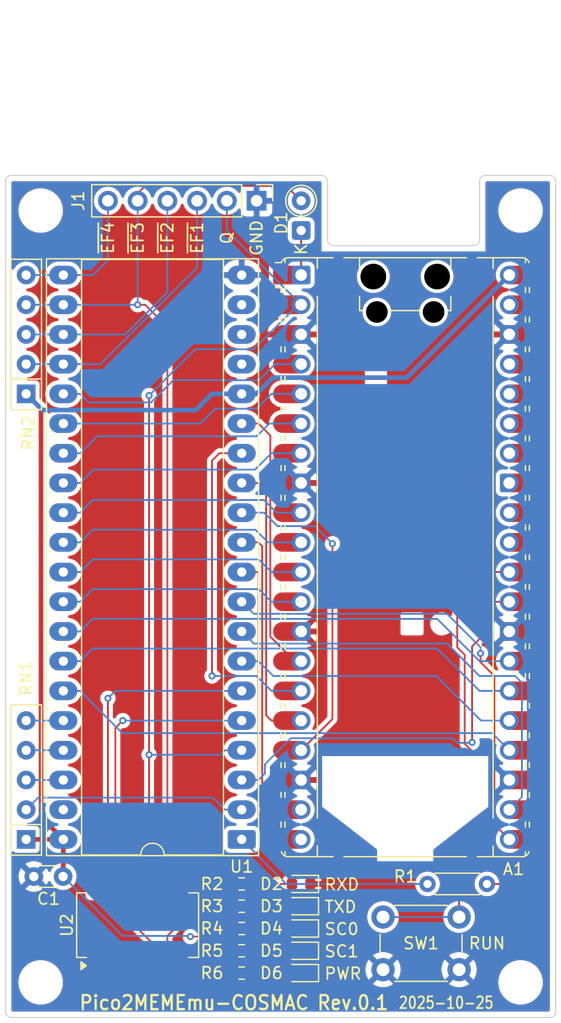
<source format=kicad_pcb>
(kicad_pcb (version 20241229) (generator "pcbnew") (generator_version "9.0")
  (title_block (title "EMU1802-mini") (date "2022-06-25") (rev "1.0") (company "kanpapa.com"))
  (layers (0 "F.Cu" signal) (2 "B.Cu" signal) (13 "F.Paste" user) (15 "B.Paste" user) (5 "F.SilkS" user "F.Silkscreen") (7 "B.SilkS" user "B.Silkscreen") (1 "F.Mask" user) (3 "B.Mask" user) (25 "Edge.Cuts" user))
  (net 0 "")
  (net 1 "GND")
  (net 2 "VCC")
  (net 7 "Net-(A1-GPIO28_ADC2)")
  (net 8 "Net-(A1-GPIO0)")
  (net 9 "Net-(A1-GPIO1)")
  (net 13 "/MA7")
  (net 14 "/MA6")
  (net 15 "/~EF3")
  (net 16 "/CLOCK")
  (net 17 "/~WAIT")
  (net 18 "/~CLEAR")
  (net 19 "/~MRD")
  (net 20 "/BUS7")
  (net 21 "/BUS6")
  (net 22 "/BUS5")
  (net 23 "/BUS4")
  (net 24 "/BUS3")
  (net 25 "/BUS2")
  (net 26 "/BUS1")
  (net 27 "/BUS0")
  (net 28 "/~DMA_IN")
  (net 29 "/~DMA_OUT")
  (net 30 "/~INTERRUPT")
  (net 31 "/~MWR")
  (net 32 "/TPA")
  (net 33 "/TPB")
  (net 34 "/MA5")
  (net 35 "/MA4")
  (net 36 "/MA3")
  (net 37 "/MA2")
  (net 38 "/MA1")
  (net 39 "/MA0")
  (net 40 "/~EF1")
  (net 41 "/~EF2")
  (net 42 "/~EF4")
  (net 47 "Net-(A1-RUN)")
  (net 51 "Net-(D2-A)")
  (net 52 "Net-(D3-A)")
  (net 53 "Net-(D4-A)")
  (net 54 "Net-(D5-A)")
  (net 55 "Net-(D6-A)")
  (net 56 "Net-(R2-Pad1)")
  (net 57 "Net-(R3-Pad1)")
  (net 58 "Net-(D4-K)")
  (net 59 "Net-(D5-K)")
  (net 60 "Net-(U1-SC0)")
  (net 61 "Net-(U1-SC1)")
  (footprint "MountingHole:MountingHole_3.2mm_M3" (layer "F.Cu") (at 154 51)
    (property "Reference" "MH3" (hide yes))
    (property "Value" "MountingHole_3.2mm_M3" (hide yes))
  )
  (footprint "Resistor_SMD:R_0603_1608Metric" (layer "F.Cu") (at 130.175 116.205)
    (property "Reference" "R6")
    (property "Value" "1K")
  )
  (footprint "LED_SMD:LED_0603_1608Metric" (layer "F.Cu") (at 135.255 108.585 180)
    (property "Reference" "D2")
    (property "Value" "LED")
  )
  (footprint "Button_Switch_THT:SW_PUSH_6mm" (layer "F.Cu") (at 142.25 111.415)
    (property "Reference" "SW1")
    (property "Value" "RUN")
  )
  (footprint "MountingHole:MountingHole_3.2mm_M3" (layer "F.Cu") (at 113 51)
    (property "Reference" "MH4" (hide yes))
    (property "Value" "MountingHole_3.2mm_M3" (hide yes))
  )
  (footprint "Resistor_THT:R_Array_SIP5" (layer "F.Cu") (at 111.76 66.675 90)
    (property "Reference" "RN2")
    (property "Value" "10K")
  )
  (footprint "Resistor_THT:R_Array_SIP5" (layer "F.Cu") (at 111.76 104.775 90)
    (property "Reference" "RN1")
    (property "Value" "10K")
  )
  (footprint "MountingHole:MountingHole_3.2mm_M3" (layer "F.Cu") (at 113 117)
    (property "Reference" "MH1" (hide yes))
    (property "Value" "MountingHole_3.2mm_M3" (hide yes))
  )
  (footprint "Connector_PinHeader_2.54mm:PinHeader_1x06_P2.54mm_Vertical" (layer "F.Cu") (at 131.445 50.165 -90)
    (property "Reference" "J1")
    (property "Value" "Conn_01x06")
  )
  (footprint "Resistor_SMD:R_0603_1608Metric" (layer "F.Cu") (at 130.175 108.585)
    (property "Reference" "R2")
    (property "Value" "1K")
  )
  (footprint "Package_SO:SO-14_5.3x10.2mm_P1.27mm" (layer "F.Cu") (at 121.285 112.1075 90)
    (property "Reference" "U2")
    (property "Value" "74HC04")
  )
  (footprint "Diode_THT:D_DO-35_SOD27_P2.54mm_Vertical_KathodeUp" (layer "F.Cu") (at 135.255 52.705 90)
    (property "Reference" "D1")
    (property "Value" "1N4148")
  )
  (footprint "Resistor_SMD:R_0603_1608Metric" (layer "F.Cu") (at 130.175 110.49)
    (property "Reference" "R3")
    (property "Value" "1K")
  )
  (footprint "LED_SMD:LED_0603_1608Metric" (layer "F.Cu") (at 135.255 110.49 180)
    (property "Reference" "D3")
    (property "Value" "LED")
  )
  (footprint "Resistor_SMD:R_0603_1608Metric" (layer "F.Cu") (at 130.175 112.395)
    (property "Reference" "R4")
    (property "Value" "1K")
  )
  (footprint "MountingHole:MountingHole_3.2mm_M3" (layer "F.Cu") (at 154 117)
    (property "Reference" "MH2" (hide yes))
    (property "Value" "MountingHole_3.2mm_M3" (hide yes))
  )
  (footprint "Resistor_SMD:R_0603_1608Metric" (layer "F.Cu") (at 130.175 114.3)
    (property "Reference" "R5")
    (property "Value" "1K")
  )
  (footprint "Module:RaspberryPi_Pico_Common_Unspecified" (layer "F.Cu") (at 144.145 80.645)
    (property "Reference" "A1")
    (property "Value" "RaspberryPi_Pico")
  )
  (footprint "LED_SMD:LED_0603_1608Metric" (layer "F.Cu") (at 135.255 116.205 180)
    (property "Reference" "D6")
    (property "Value" "LED")
  )
  (footprint "Capacitor_THT:C_Disc_D3.0mm_W1.6mm_P2.50mm" (layer "F.Cu") (at 114.915 107.95 180)
    (property "Reference" "C1")
    (property "Value" "0.1u")
  )
  (footprint "LED_SMD:LED_0603_1608Metric" (layer "F.Cu") (at 135.255 114.3 180)
    (property "Reference" "D5")
    (property "Value" "LED")
  )
  (footprint "Resistor_THT:R_Axial_DIN0204_L3.6mm_D1.6mm_P5.08mm_Horizontal" (layer "F.Cu") (at 146.05 108.585)
    (property "Reference" "R1")
    (property "Value" "100")
  )
  (footprint "Package_DIP:DIP-40_W15.24mm_Socket_LongPads" (layer "F.Cu") (at 130.175 104.775 180)
    (property "Reference" "U1")
    (property "Value" "CDP1802ACE")
  )
  (footprint "LED_SMD:LED_0603_1608Metric" (layer "F.Cu") (at 135.255 112.395 180)
    (property "Reference" "D4")
    (property "Value" "LED")
  )
  (gr_arc (start 138 54) (mid 137.646447 53.853553) (end 137.5 53.5) (stroke (width 0.1)) (layer "Edge.Cuts"))
  (gr_line (start 137.5 48.5) (end 137.5 53.5) (stroke (width 0.1)) (layer "Edge.Cuts"))
  (gr_line (start 157 48.5) (end 157 119.5) (stroke (width 0.1)) (layer "Edge.Cuts"))
  (gr_line (start 110 119.5) (end 110 48.5) (stroke (width 0.1)) (layer "Edge.Cuts"))
  (gr_line (start 138 54) (end 150 54) (stroke (width 0.1)) (layer "Edge.Cuts"))
  (gr_arc (start 156.5 48) (mid 156.853553 48.146447) (end 157 48.5) (stroke (width 0.1)) (layer "Edge.Cuts"))
  (gr_arc (start 110.5 120) (mid 110.146447 119.853553) (end 110 119.5) (stroke (width 0.1)) (layer "Edge.Cuts"))
  (gr_line (start 156.5 120) (end 110.5 120) (stroke (width 0.1)) (layer "Edge.Cuts"))
  (gr_arc (start 157 119.5) (mid 156.853553 119.853553) (end 156.5 120) (stroke (width 0.1)) (layer "Edge.Cuts"))
  (gr_arc (start 150.5 48.5) (mid 150.646447 48.146447) (end 151 48) (stroke (width 0.1)) (layer "Edge.Cuts"))
  (gr_line (start 150.5 53.5) (end 150.5 48.5) (stroke (width 0.1)) (layer "Edge.Cuts"))
  (gr_arc (start 137 48) (mid 137.353553 48.146447) (end 137.5 48.5) (stroke (width 0.1)) (layer "Edge.Cuts"))
  (gr_line (start 151 48) (end 156.5 48) (stroke (width 0.1)) (layer "Edge.Cuts"))
  (gr_arc (start 110 48.5) (mid 110.146447 48.146447) (end 110.5 48) (stroke (width 0.1)) (layer "Edge.Cuts"))
  (gr_arc (start 150.5 53.5) (mid 150.353553 53.853553) (end 150 54) (stroke (width 0.1)) (layer "Edge.Cuts"))
  (gr_line (start 110.5 48) (end 137 48) (stroke (width 0.1)) (layer "Edge.Cuts"))
  (gr_text "~{EF2}" (at 123.825 53.34 90) (layer "F.SilkS") (effects (font (size 1 1))))
  (gr_text "RUN" (at 151.13 113.665 0) (layer "F.SilkS") (effects (font (size 1 1))))
  (gr_text "PWR" (at 137.16 116.84 0) (layer "F.SilkS") (effects (font (size 1 1)) (justify left bottom)))
  (gr_text "~{EF1}" (at 126.365 53.34 90) (layer "F.SilkS") (effects (font (size 1 1))))
  (gr_text "RXD" (at 137.16 109.22 0) (layer "F.SilkS") (effects (font (size 1 1)) (justify left bottom)))
  (gr_text "Pico2MEMEmu-COSMAC" (at 116.205 118.745 0) (layer "F.SilkS") (effects (font (size 1.2 1.1) (thickness 0.2)) (justify left)))
  (gr_text "TXD" (at 137.16 111.125 0) (layer "F.SilkS") (effects (font (size 1 1)) (justify left bottom)))
  (gr_text "Q" (at 128.905 53.34 90) (layer "F.SilkS") (effects (font (size 1 1))))
  (gr_text "GND" (at 131.445 53.34 90) (layer "F.SilkS") (effects (font (size 1 1))))
  (gr_text "SC1" (at 137.16 114.935 0) (layer "F.SilkS") (effects (font (size 1 1)) (justify left bottom)))
  (gr_text "SC0" (at 137.16 113.03 0) (layer "F.SilkS") (effects (font (size 1 1)) (justify left bottom)))
  (gr_text "2025-10-25" (at 143.51 118.745 0) (layer "F.SilkS") (effects (font (size 1 0.8)) (justify left)))
  (gr_text "Rev.0.1" (at 136.525 118.745 0) (layer "F.SilkS") (effects (font (size 1.2 1.1) (thickness 0.2)) (justify left)))
  (gr_text "~{EF4}" (at 118.745 53.34 90) (layer "F.SilkS") (effects (font (size 1 1))))
  (gr_text "~{EF3}" (at 121.285 53.34 90) (layer "F.SilkS") (effects (font (size 1 1))))
  (segment (start 129.35 112.395) (end 129.35 116.205) (width 0.1524) (layer "F.Cu") (net 2))
  (segment (start 114.935 106.68) (end 114.935 107.93) (width 0.4) (layer "F.Cu") (net 2))
  (segment (start 129.35 114.11) (end 128.328045 113.088045) (width 0.1524) (layer "F.Cu") (net 2))
  (segment (start 113.03 102.87) (end 114.935 104.775) (width 0.4) (layer "F.Cu") (net 2))
  (segment (start 153.035 56.2575) (end 153.835 56.2575) (width 0.1524) (layer "F.Cu") (net 2))
  (segment (start 117.475 107.315) (end 116.84 106.68) (width 0.1524) (layer "F.Cu") (net 2))
  (segment (start 114.935 104.775) (end 114.935 106.68) (width 0.4) (layer "F.Cu") (net 2))
  (segment (start 111.76 66.675) (end 113.03 67.945) (width 0.4) (layer "F.Cu") (net 2))
  (segment (start 117.475 108.645) (end 117.475 107.315) (width 0.1524) (layer "F.Cu") (net 2))
  (segment (start 114.915 107.95) (end 115.57 107.95) (width 0.1524) (layer "F.Cu") (net 2))
  (segment (start 116.84 106.68) (end 114.935 106.68) (width 0.1524) (layer "F.Cu") (net 2))
  (segment (start 114.935 107.93) (end 114.915 107.95) (width 0.1524) (layer "F.Cu") (net 2))
  (segment (start 114.935 104.775) (end 111.76 104.775) (width 0.4) (layer "F.Cu") (net 2))
  (segment (start 113.03 67.945) (end 113.03 102.87) (width 0.4) (layer "F.Cu") (net 2))
  (segment (start 128.328045 113.088045) (end 125.788045 113.088045) (width 0.1524) (layer "F.Cu") (net 2))
  (via (at 125.788045 113.088045) (size 0.605) (drill 0.3) (layers "F.Cu" "B.Cu") (net 2))
  (segment (start 125.788045 113.088045) (end 125.73 113.03) (width 0.1524) (layer "B.Cu") (net 2))
  (segment (start 127.635 66.675) (end 126.2484 68.0616) (width 0.4) (layer "B.Cu") (net 2))
  (segment (start 153.035 56.515) (end 144.2616 65.2884) (width 0.4) (layer "B.Cu") (net 2))
  (segment (start 127.635 66.675) (end 130.175 66.675) (width 0.4) (layer "B.Cu") (net 2))
  (segment (start 132.8316 65.2884) (end 131.445 66.675) (width 0.4) (layer "B.Cu") (net 2))
  (segment (start 125.73 113.03) (end 119.995 113.03) (width 0.1524) (layer "B.Cu") (net 2))
  (segment (start 119.995 113.03) (end 114.915 107.95) (width 0.1524) (layer "B.Cu") (net 2))
  (segment (start 113.1466 68.0616) (end 111.76 66.675) (width 0.4) (layer "B.Cu") (net 2))
  (segment (start 126.2484 68.0616) (end 113.1466 68.0616) (width 0.4) (layer "B.Cu") (net 2))
  (segment (start 144.2616 65.2884) (end 132.8316 65.2884) (width 0.4) (layer "B.Cu") (net 2))
  (segment (start 131.445 66.675) (end 130.175 66.675) (width 0.4) (layer "B.Cu") (net 2))
  (segment (start 154.16637 71.755) (end 155.6696 73.25823) (width 0.1524) (layer "F.Cu") (net 7))
  (segment (start 155.6696 73.25823) (end 155.6696 106.5854) (width 0.1524) (layer "F.Cu") (net 7))
  (segment (start 153.035 71.755) (end 154.16637 71.755) (width 0.1524) (layer "F.Cu") (net 7))
  (segment (start 155.6696 106.5854) (end 153.67 108.585) (width 0.1524) (layer "F.Cu") (net 7))
  (segment (start 153.67 108.585) (end 151.13 108.585) (width 0.1524) (layer "F.Cu") (net 7))
  (segment (start 135.26 53.34) (end 135.255 53.345) (width 0.1524) (layer "F.Cu") (net 8))
  (segment (start 135.255 53.345) (end 135.255 56.2575) (width 0.1524) (layer "F.Cu") (net 8))
  (segment (start 122.2594 97.537) (end 122.2594 105.2406) (width 0.1524) (layer "F.Cu") (net 9))
  (segment (start 121.285 106.215) (end 121.285 108.645) (width 0.1524) (layer "F.Cu") (net 9))
  (segment (start 122.2594 97.537) (end 122.2594 66.8195) (width 0.1524) (layer "F.Cu") (net 9))
  (segment (start 122.2594 105.2406) (end 121.285 106.215) (width 0.1524) (layer "F.Cu") (net 9))
  (via (at 122.2594 97.537) (size 0.605) (drill 0.3) (layers "F.Cu" "B.Cu") (net 9))
  (via (at 122.2594 66.8195) (size 0.605) (drill 0.3) (layers "F.Cu" "B.Cu") (net 9))
  (segment (start 126.2139 62.865) (end 122.2594 66.8195) (width 0.1524) (layer "B.Cu") (net 9))
  (segment (start 128.905 52.705) (end 135.255 59.055) (width 0.1524) (layer "B.Cu") (net 9))
  (segment (start 131.1875 62.865) (end 126.2139 62.865) (width 0.1524) (layer "B.Cu") (net 9))
  (segment (start 128.7447 97.155) (end 130.175 97.155) (width 0.1524) (layer "B.Cu") (net 9))
  (segment (start 128.3627 97.537) (end 128.7447 97.155) (width 0.1524) (layer "B.Cu") (net 9))
  (segment (start 135.255 59.055) (end 134.9975 59.055) (width 0.1524) (layer "B.Cu") (net 9))
  (segment (start 128.905 50.165) (end 128.905 52.705) (width 0.1524) (layer "B.Cu") (net 9))
  (segment (start 122.2594 97.537) (end 128.3627 97.537) (width 0.1524) (layer "B.Cu") (net 9))
  (segment (start 134.9975 59.055) (end 131.1875 62.865) (width 0.1524) (layer "B.Cu") (net 9))
  (segment (start 116.3653 84.455) (end 117.4455 83.3748) (width 0.1524) (layer "B.Cu") (net 13))
  (segment (start 132.715 84.455) (end 135.255 84.455) (width 0.1524) (layer "B.Cu") (net 13))
  (segment (start 131.6348 83.3748) (end 132.715 84.455) (width 0.1524) (layer "B.Cu") (net 13))
  (segment (start 114.935 84.455) (end 116.3653 84.455) (width 0.1524) (layer "B.Cu") (net 13))
  (segment (start 117.4455 83.3748) (end 131.6348 83.3748) (width 0.1524) (layer "B.Cu") (net 13))
  (segment (start 132.715 81.915) (end 135.255 81.915) (width 0.1524) (layer "B.Cu") (net 14))
  (segment (start 131.6348 80.8348) (end 132.715 81.915) (width 0.1524) (layer "B.Cu") (net 14))
  (segment (start 116.3653 81.915) (end 117.4455 80.8348) (width 0.1524) (layer "B.Cu") (net 14))
  (segment (start 114.935 81.915) (end 116.3653 81.915) (width 0.1524) (layer "B.Cu") (net 14))
  (segment (start 117.4455 80.8348) (end 131.6348 80.8348) (width 0.1524) (layer "B.Cu") (net 14))
  (segment (start 123.825 60.96) (end 123.825 108.645) (width 0.1524) (layer "F.Cu") (net 15))
  (segment (start 135.255 50.165) (end 133.985 48.895) (width 0.1524) (layer "F.Cu") (net 15))
  (segment (start 121.285 49.53) (end 121.285 50.165) (width 0.1524) (layer "F.Cu") (net 15))
  (segment (start 133.985 48.895) (end 121.92 48.895) (width 0.1524) (layer "F.Cu") (net 15))
  (segment (start 121.92 59.055) (end 123.825 60.96) (width 0.1524) (layer "F.Cu") (net 15))
  (segment (start 121.285 59.055) (end 121.92 59.055) (width 0.1524) (layer "F.Cu") (net 15))
  (segment (start 121.92 48.895) (end 121.285 49.53) (width 0.1524) (layer "F.Cu") (net 15))
  (via (at 121.285 59.055) (size 0.605) (drill 0.3) (layers "F.Cu" "B.Cu") (net 15))
  (segment (start 114.935 59.055) (end 111.76 59.055) (width 0.1524) (layer "B.Cu") (net 15))
  (segment (start 121.285 50.165) (end 121.285 59.055) (width 0.1524) (layer "B.Cu") (net 15))
  (segment (start 121.285 59.055) (end 114.935 59.055) (width 0.1524) (layer "B.Cu") (net 15))
  (segment (start 133.985 108.585) (end 130.175 104.775) (width 0.1524) (layer "B.Cu") (net 16))
  (segment (start 146.05 108.585) (end 133.985 108.585) (width 0.1524) (layer "B.Cu") (net 16))
  (segment (start 112.7918 101.2032) (end 127.7129 101.2032) (width 0.1524) (layer "B.Cu") (net 17))
  (segment (start 127.7129 101.2032) (end 128.7447 102.235) (width 0.1524) (layer "B.Cu") (net 17))
  (segment (start 111.76 102.235) (end 112.7918 101.2032) (width 0.1524) (layer "B.Cu") (net 17))
  (segment (start 130.175 102.235) (end 128.7447 102.235) (width 0.1524) (layer "B.Cu") (net 17))
  (segment (start 151.13 85.09) (end 151.13 86.995) (width 0.1524) (layer "F.Cu") (net 18))
  (segment (start 149.86 96.366149) (end 149.971301 96.47745) (width 0.1524) (layer "F.Cu") (net 18))
  (segment (start 151.13 86.995) (end 149.86 88.265) (width 0.1524) (layer "F.Cu") (net 18))
  (segment (start 149.86 88.265) (end 149.86 96.366149) (width 0.1524) (layer "F.Cu") (net 18))
  (segment (start 153.035 84.455) (end 151.765 84.455) (width 0.1524) (layer "F.Cu") (net 18))
  (segment (start 151.765 84.455) (end 151.13 85.09) (width 0.1524) (layer "F.Cu") (net 18))
  (segment (start 149.971301 96.47745) (end 149.86 96.47745) (width 0.1524) (layer "F.Cu") (net 18))
  (via (at 149.86 96.47745) (size 0.605) (drill 0.3) (layers "F.Cu" "B.Cu") (net 18))
  (segment (start 148.1954 96.1254) (end 134.3796 96.1254) (width 0.1524) (layer "B.Cu") (net 18))
  (segment (start 132.16015 99.14015) (end 131.6053 99.695) (width 0.1524) (layer "B.Cu") (net 18))
  (segment (start 132.16015 98.34485) (end 132.16015 99.14015) (width 0.1524) (layer "B.Cu") (net 18))
  (segment (start 131.6053 99.695) (end 130.175 99.695) (width 0.1524) (layer "B.Cu") (net 18))
  (segment (start 134.3796 96.1254) (end 132.16015 98.34485) (width 0.1524) (layer "B.Cu") (net 18))
  (segment (start 149.81745 96.52) (end 148.59 96.52) (width 0.1524) (layer "B.Cu") (net 18))
  (segment (start 148.59 96.52) (end 148.1954 96.1254) (width 0.1524) (layer "B.Cu") (net 18))
  (segment (start 149.86 96.47745) (end 149.81745 96.52) (width 0.1524) (layer "B.Cu") (net 18))
  (segment (start 131.6053 89.535) (end 130.175 89.535) (width 0.1524) (layer "B.Cu") (net 19))
  (segment (start 153.035 94.615) (end 150.624044 94.615) (width 0.1524) (layer "B.Cu") (net 19))
  (segment (start 146.814044 90.805) (end 132.8753 90.805) (width 0.1524) (layer "B.Cu") (net 19))
  (segment (start 150.624044 94.615) (end 146.814044 90.805) (width 0.1524) (layer "B.Cu") (net 19))
  (segment (start 132.8753 90.805) (end 131.6053 89.535) (width 0.1524) (layer "B.Cu") (net 19))
  (segment (start 153.035 102.235) (end 154.1168 101.1532) (width 0.1524) (layer "B.Cu") (net 20))
  (segment (start 153.5405 90.805) (end 150.495 90.805) (width 0.1524) (layer "B.Cu") (net 20))
  (segment (start 150.495 90.805) (end 147.7196 88.0296) (width 0.1524) (layer "B.Cu") (net 20))
  (segment (start 131.2096 88.0296) (end 130.175 86.995) (width 0.1524) (layer "B.Cu") (net 20))
  (segment (start 147.7196 88.0296) (end 131.2096 88.0296) (width 0.1524) (layer "B.Cu") (net 20))
  (segment (start 154.1168 91.3813) (end 153.5405 90.805) (width 0.1524) (layer "B.Cu") (net 20))
  (segment (start 154.1168 101.1532) (end 154.1168 91.3813) (width 0.1524) (layer "B.Cu") (net 20))
  (segment (start 150.581714 89.621714) (end 150.581714 88.870624) (width 0.1524) (layer "F.Cu") (net 21))
  (segment (start 151.765 90.805) (end 150.581714 89.621714) (width 0.1524) (layer "F.Cu") (net 21))
  (segment (start 153.035 104.775) (end 151.765 103.505) (width 0.1524) (layer "F.Cu") (net 21))
  (segment (start 151.765 103.505) (end 151.765 90.805) (width 0.1524) (layer "F.Cu") (net 21))
  (via (at 150.581714 88.870624) (size 0.605) (drill 0.3) (layers "F.Cu" "B.Cu") (net 21))
  (segment (start 150.581714 88.870624) (end 150.581714 88.351714) (width 0.1524) (layer "B.Cu") (net 21))
  (segment (start 150.581714 88.351714) (end 147.7146 85.4846) (width 0.1524) (layer "B.Cu") (net 21))
  (segment (start 147.7146 85.4846) (end 131.2046 85.4846) (width 0.1524) (layer "B.Cu") (net 21))
  (segment (start 131.2046 85.4846) (end 130.175 84.455) (width 0.1524) (layer "B.Cu") (net 21))
  (segment (start 131.6053 81.915) (end 131.6053 103.6653) (width 0.1524) (layer "F.Cu") (net 22))
  (segment (start 130.175 81.915) (end 131.6053 81.915) (width 0.1524) (layer "F.Cu") (net 22))
  (segment (start 132.715 104.775) (end 135.255 104.775) (width 0.1524) (layer "F.Cu") (net 22))
  (segment (start 131.6053 103.6653) (end 132.715 104.775) (width 0.1524) (layer "F.Cu") (net 22))
  (segment (start 131.9277 101.4477) (end 132.715 102.235) (width 0.1524) (layer "F.Cu") (net 23))
  (segment (start 132.715 102.235) (end 135.255 102.235) (width 0.1524) (layer "F.Cu") (net 23))
  (segment (start 131.6053 79.375) (end 131.9277 79.6974) (width 0.1524) (layer "F.Cu") (net 23))
  (segment (start 130.175 79.375) (end 131.6053 79.375) (width 0.1524) (layer "F.Cu") (net 23))
  (segment (start 131.9277 79.6974) (end 131.9277 101.4477) (width 0.1524) (layer "F.Cu") (net 23))
  (segment (start 135.255 97.155) (end 137.925 94.485) (width 0.1524) (layer "F.Cu") (net 24))
  (segment (start 135.1384 96.8975) (end 135.1069 96.8975) (width 0.1524) (layer "F.Cu") (net 24))
  (segment (start 137.925 94.485) (end 137.925 79.4866) (width 0.1524) (layer "F.Cu") (net 24))
  (segment (start 135.1069 96.8975) (end 134.455 96.8975) (width 0.1524) (layer "F.Cu") (net 24))
  (via (at 137.925 79.4866) (size 0.605) (drill 0.3) (layers "F.Cu" "B.Cu") (net 24))
  (segment (start 133.234 77.989) (end 136.4274 77.989) (width 0.1524) (layer "B.Cu") (net 24))
  (segment (start 130.175 76.835) (end 132.08 76.835) (width 0.1524) (layer "B.Cu") (net 24))
  (segment (start 136.4274 77.989) (end 137.925 79.4866) (width 0.1524) (layer "B.Cu") (net 24))
  (segment (start 132.08 76.835) (end 133.234 77.989) (width 0.1524) (layer "B.Cu") (net 24))
  (segment (start 132.715 94.615) (end 132.2657 94.1657) (width 0.1524) (layer "F.Cu") (net 25))
  (segment (start 131.6053 74.295) (end 132.2657 74.9554) (width 0.1524) (layer "F.Cu") (net 25))
  (segment (start 135.255 94.615) (end 132.715 94.615) (width 0.1524) (layer "F.Cu") (net 25))
  (segment (start 130.175 74.295) (end 131.6053 74.295) (width 0.1524) (layer "F.Cu") (net 25))
  (segment (start 132.2657 74.9554) (end 132.2657 94.1657) (width 0.1524) (layer "F.Cu") (net 25))
  (segment (start 127.9616 90.805) (end 127.635 90.4784) (width 0.1524) (layer "F.Cu") (net 26))
  (segment (start 128.27 71.755) (end 130.175 71.755) (width 0.1524) (layer "F.Cu") (net 26))
  (segment (start 127.635 90.4784) (end 127.635 72.39) (width 0.1524) (layer "F.Cu") (net 26))
  (segment (start 127.635 90.805) (end 127.9616 90.805) (width 0.1524) (layer "F.Cu") (net 26))
  (segment (start 128.27 71.755) (end 127.635 72.39) (width 0.1524) (layer "F.Cu") (net 26))
  (via (at 127.635 90.805) (size 0.605) (drill 0.3) (layers "F.Cu" "B.Cu") (net 26))
  (segment (start 131.445 90.805) (end 132.715 92.075) (width 0.1524) (layer "B.Cu") (net 26))
  (segment (start 127.635 90.805) (end 131.445 90.805) (width 0.1524) (layer "B.Cu") (net 26))
  (segment (start 132.715 92.075) (end 134.9975 92.075) (width 0.1524) (layer "B.Cu") (net 26))
  (segment (start 132.621 70.2307) (end 131.6053 69.215) (width 0.1524) (layer "F.Cu") (net 27))
  (segment (start 134.455 89.2775) (end 135.255 89.2775) (width 0.1524) (layer "F.Cu") (net 27))
  (segment (start 132.621 87.4435) (end 132.621 70.2307) (width 0.1524) (layer "F.Cu") (net 27))
  (segment (start 134.455 89.2775) (end 132.621 87.4435) (width 0.1524) (layer "F.Cu") (net 27))
  (segment (start 130.175 69.215) (end 131.6053 69.215) (width 0.1524) (layer "F.Cu") (net 27))
  (segment (start 114.935 99.695) (end 111.76 99.695) (width 0.1524) (layer "B.Cu") (net 28))
  (segment (start 114.935 97.155) (end 111.76 97.155) (width 0.1524) (layer "B.Cu") (net 29))
  (segment (start 114.935 94.615) (end 111.76 94.615) (width 0.1524) (layer "B.Cu") (net 30))
  (segment (start 153.035 97.155) (end 151.571 95.691) (width 0.1524) (layer "B.Cu") (net 31))
  (segment (start 116.3653 92.075) (end 114.935 92.075) (width 0.1524) (layer "B.Cu") (net 31))
  (segment (start 151.571 95.691) (end 119.9813 95.691) (width 0.1524) (layer "B.Cu") (net 31))
  (segment (start 119.9813 95.691) (end 116.3653 92.075) (width 0.1524) (layer "B.Cu") (net 31))
  (segment (start 150.495 92.075) (end 146.874604 88.454604) (width 0.1524) (layer "B.Cu") (net 32))
  (segment (start 146.874604 88.454604) (end 117.445696 88.454604) (width 0.1524) (layer "B.Cu") (net 32))
  (segment (start 116.3653 89.535) (end 114.935 89.535) (width 0.1524) (layer "B.Cu") (net 32))
  (segment (start 153.035 92.075) (end 150.495 92.075) (width 0.1524) (layer "B.Cu") (net 32))
  (segment (start 117.445696 88.454604) (end 116.3653 89.535) (width 0.1524) (layer "B.Cu") (net 32))
  (segment (start 146.877603 85.917603) (end 150.495 89.535) (width 0.1524) (layer "B.Cu") (net 33))
  (segment (start 114.935 86.995) (end 116.3653 86.995) (width 0.1524) (layer "B.Cu") (net 33))
  (segment (start 150.495 89.535) (end 153.035 89.535) (width 0.1524) (layer "B.Cu") (net 33))
  (segment (start 117.442697 85.917603) (end 146.877603 85.917603) (width 0.1524) (layer "B.Cu") (net 33))
  (segment (start 116.3653 86.995) (end 117.442697 85.917603) (width 0.1524) (layer "B.Cu") (net 33))
  (segment (start 117.4455 78.2948) (end 131.346856 78.2948) (width 0.1524) (layer "B.Cu") (net 34))
  (segment (start 132.427056 79.375) (end 135.255 79.375) (width 0.1524) (layer "B.Cu") (net 34))
  (segment (start 131.346856 78.2948) (end 132.427056 79.375) (width 0.1524) (layer "B.Cu") (net 34))
  (segment (start 116.3653 79.375) (end 117.4455 78.2948) (width 0.1524) (layer "B.Cu") (net 34))
  (segment (start 114.935 79.375) (end 116.3653 79.375) (width 0.1524) (layer "B.Cu") (net 34))
  (segment (start 117.4455 75.7548) (end 132.08 75.7548) (width 0.1524) (layer "B.Cu") (net 35))
  (segment (start 135.255 76.835) (end 133.1602 76.835) (width 0.1524) (layer "B.Cu") (net 35))
  (segment (start 114.935 76.835) (end 116.3653 76.835) (width 0.1524) (layer "B.Cu") (net 35))
  (segment (start 133.1602 76.835) (end 132.08 75.7548) (width 0.1524) (layer "B.Cu") (net 35))
  (segment (start 116.3653 76.835) (end 117.4455 75.7548) (width 0.1524) (layer "B.Cu") (net 35))
  (segment (start 132.715 71.755) (end 135.255 71.755) (width 0.1524) (layer "B.Cu") (net 36))
  (segment (start 117.5079 73.1524) (end 131.3176 73.1524) (width 0.1524) (layer "B.Cu") (net 36))
  (segment (start 131.3176 73.1524) (end 132.715 71.755) (width 0.1524) (layer "B.Cu") (net 36))
  (segment (start 116.3653 74.295) (end 117.5079 73.1524) (width 0.1524) (layer "B.Cu") (net 36))
  (segment (start 114.935 74.295) (end 116.3653 74.295) (width 0.1524) (layer "B.Cu") (net 36))
  (segment (start 114.935 71.755) (end 116.3653 71.755) (width 0.1524) (layer "B.Cu") (net 37))
  (segment (start 131.445 70.304) (end 117.8163 70.304) (width 0.1524) (layer "B.Cu") (net 37))
  (segment (start 135.255 69.215) (end 132.534 69.215) (width 0.1524) (layer "B.Cu") (net 37))
  (segment (start 117.8163 70.304) (end 116.3653 71.755) (width 0.1524) (layer "B.Cu") (net 37))
  (segment (start 132.534 69.215) (end 131.445 70.304) (width 0.1524) (layer "B.Cu") (net 37))
  (segment (start 114.935 69.215) (end 126.636 69.215) (width 0.1524) (layer "B.Cu") (net 38))
  (segment (start 126.636 69.215) (end 127.906 67.945) (width 0.1524) (layer "B.Cu") (net 38))
  (segment (start 132.715 66.675) (end 131.445 67.945) (width 0.1524) (layer "B.Cu") (net 38))
  (segment (start 127.906 67.945) (end 131.445 67.945) (width 0.1524) (layer "B.Cu") (net 38))
  (segment (start 135.255 66.675) (end 132.715 66.675) (width 0.1524) (layer "B.Cu") (net 38))
  (segment (start 124.3276 65.5103) (end 122.4294 67.4085) (width 0.1524) (layer "B.Cu") (net 39))
  (segment (start 131.6493 65.5103) (end 133.0246 64.135) (width 0.1524) (layer "B.Cu") (net 39))
  (segment (start 133.0246 64.135) (end 135.255 64.135) (width 0.1524) (layer "B.Cu") (net 39))
  (segment (start 117.0988 67.4085) (end 116.3653 66.675) (width 0.1524) (layer "B.Cu") (net 39))
  (segment (start 124.3276 65.5103) (end 131.6493 65.5103) (width 0.1524) (layer "B.Cu") (net 39))
  (segment (start 122.4294 67.4085) (end 117.0988 67.4085) (width 0.1524) (layer "B.Cu") (net 39))
  (segment (start 114.935 66.675) (end 116.3653 66.675) (width 0.1524) (layer "B.Cu") (net 39))
  (segment (start 126.365 55.88) (end 126.365 50.165) (width 0.1524) (layer "B.Cu") (net 40))
  (segment (start 118.11 64.135) (end 126.365 55.88) (width 0.1524) (layer "B.Cu") (net 40))
  (segment (start 114.935 64.135) (end 111.76 64.135) (width 0.1524) (layer "B.Cu") (net 40))
  (segment (start 114.935 64.135) (end 118.11 64.135) (width 0.1524) (layer "B.Cu") (net 40))
  (segment (start 123.825 57.987534) (end 123.825 50.165) (width 0.1524) (layer "B.Cu") (net 41))
  (segment (start 114.935 61.595) (end 111.76 61.595) (width 0.1524) (layer "B.Cu") (net 41))
  (segment (start 114.935 61.595) (end 120.217534 61.595) (width 0.1524) (layer "B.Cu") (net 41))
  (segment (start 120.217534 61.595) (end 123.825 57.987534) (width 0.1524) (layer "B.Cu") (net 41))
  (segment (start 117.475 56.515) (end 118.745 55.245) (width 0.1524) (layer "B.Cu") (net 42))
  (segment (start 114.935 56.515) (end 117.475 56.515) (width 0.1524) (layer "B.Cu") (net 42))
  (segment (start 114.935 56.515) (end 111.76 56.515) (width 0.1524) (layer "B.Cu") (net 42))
  (segment (start 118.745 55.245) (end 118.745 50.165) (width 0.1524) (layer "B.Cu") (net 42))
  (segment (start 148.75 111.415) (end 148.75 105.4034) (width 0.1524) (layer "F.Cu") (net 47))
  (segment (start 151.13 81.915) (end 148.59 84.455) (width 0.1524) (layer "F.Cu") (net 47))
  (segment (start 148.59 88.35003) (end 149.225 88.98503) (width 0.1524) (layer "F.Cu") (net 47))
  (segment (start 149.225 88.98503) (end 149.225 96.594954) (width 0.1524) (layer "F.Cu") (net 47))
  (segment (start 149.940346 97.3103) (end 151.276978 97.3103) (width 0.1524) (layer "F.Cu") (net 47))
  (segment (start 151.276978 97.3103) (end 151.3222 97.355522) (width 0.1524) (layer "F.Cu") (net 47))
  (segment (start 153.035 81.915) (end 151.13 81.915) (width 0.1524) (layer "F.Cu") (net 47))
  (segment (start 151.3222 97.355522) (end 151.3222 102.8312) (width 0.1524) (layer "F.Cu") (net 47))
  (segment (start 151.3222 102.8312) (end 148.9842 105.1692) (width 0.1524) (layer "F.Cu") (net 47))
  (segment (start 148.59 84.455) (end 148.59 88.35003) (width 0.1524) (layer "F.Cu") (net 47))
  (segment (start 149.225 96.594954) (end 149.940346 97.3103) (width 0.1524) (layer "F.Cu") (net 47))
  (segment (start 148.75 105.4034) (end 148.9842 105.1692) (width 0.1524) (layer "F.Cu") (net 47))
  (segment (start 148.75 111.415) (end 148.75 111.89) (width 0.1524) (layer "B.Cu") (net 47))
  (segment (start 148.75 111.89) (end 148.59 112.05) (width 0.1524) (layer "B.Cu") (net 47))
  (segment (start 142.25 111.415) (end 148.75 111.415) (width 0.1524) (layer "B.Cu") (net 47))
  (segment (start 131 108.585) (end 134.4675 108.585) (width 0.1524) (layer "F.Cu") (net 51))
  (segment (start 134.4675 110.49) (end 131 110.49) (width 0.1524) (layer "F.Cu") (net 52))
  (segment (start 134.4675 112.395) (end 131 112.395) (width 0.1524) (layer "F.Cu") (net 53))
  (segment (start 134.4675 114.3) (end 131 114.3) (width 0.1524) (layer "F.Cu") (net 54))
  (segment (start 131 116.205) (end 134.4675 116.205) (width 0.1524) (layer "F.Cu") (net 55))
  (segment (start 125.095 108.645) (end 129.29 108.645) (width 0.1524) (layer "F.Cu") (net 56))
  (segment (start 129.29 108.645) (end 129.35 108.585) (width 0.1524) (layer "F.Cu") (net 56))
  (segment (start 122.555 108.645) (end 122.555 109.632499) (width 0.1524) (layer "F.Cu") (net 57))
  (segment (start 123.412501 110.49) (end 129.35 110.49) (width 0.1524) (layer "F.Cu") (net 57))
  (segment (start 122.555 109.632499) (end 123.412501 110.49) (width 0.1524) (layer "F.Cu") (net 57))
  (segment (start 120.015 108.645) (end 120.015 109.632499) (width 0.1524) (layer "F.Cu") (net 58))
  (segment (start 121.577101 111.1946) (end 134.8421 111.1946) (width 0.1524) (layer "F.Cu") (net 58))
  (segment (start 136.0425 112.395) (end 134.8421 111.1946) (width 0.1524) (layer "F.Cu") (net 58))
  (segment (start 120.015 109.632499) (end 121.577101 111.1946) (width 0.1524) (layer "F.Cu") (net 58))
  (segment (start 134.878024 111.6904) (end 135.1346 111.946976) (width 0.1524) (layer "F.Cu") (net 59))
  (segment (start 123.825 115.57) (end 123.825 113.03) (width 0.1524) (layer "F.Cu") (net 59))
  (segment (start 123.825 113.03) (end 125.1646 111.6904) (width 0.1524) (layer "F.Cu") (net 59))
  (segment (start 125.1646 111.6904) (end 134.878024 111.6904) (width 0.1524) (layer "F.Cu") (net 59))
  (segment (start 135.1346 113.3921) (end 136.0425 114.3) (width 0.1524) (layer "F.Cu") (net 59))
  (segment (start 135.1346 111.946976) (end 135.1346 113.3921) (width 0.1524) (layer "F.Cu") (net 59))
  (segment (start 118.745 92.71) (end 118.745 108.645) (width 0.1524) (layer "F.Cu") (net 60))
  (via (at 118.745 92.71) (size 0.605) (drill 0.3) (layers "F.Cu" "B.Cu") (net 60))
  (segment (start 119.38 92.075) (end 118.745 92.71) (width 0.1524) (layer "B.Cu") (net 60))
  (segment (start 130.175 92.075) (end 119.38 92.075) (width 0.1524) (layer "B.Cu") (net 60))
  (segment (start 122.555 115.57) (end 122.555 113.665) (width 0.1524) (layer "F.Cu") (net 61))
  (segment (start 122.555 113.665) (end 119.38 110.49) (width 0.1524) (layer "F.Cu") (net 61))
  (segment (start 119.38 110.49) (end 119.38 95.25) (width 0.1524) (layer "F.Cu") (net 61))
  (segment (start 119.38 95.25) (end 120.015 94.615) (width 0.1524) (layer "F.Cu") (net 61))
  (via (at 120.015 94.615) (size 0.605) (drill 0.3) (layers "F.Cu" "B.Cu") (net 61))
  (segment (start 130.175 94.615) (end 120.015 94.615) (width 0.1524) (layer "B.Cu") (net 61))
  (zone (net 1) (net_name "GND") (layer "F.Cu") (connect_pads (clearance 0.35)) (min_thickness 0.25) (fill yes (thermal_gap 0.5) (thermal_bridge_width 0.5))
    (polygon (pts (xy 151 48.5) (xy 156.5 48.5) (xy 156.5 119.5) (xy 110.5 119.5) (xy 110.5 48.5) (xy 137 48.5) (xy 137 54.5) (xy 151 54.5)))
  )
  (zone (net 1) (net_name "GND") (layer "B.Cu") (priority 1) (connect_pads (clearance 0.35)) (min_thickness 0.25) (fill yes (thermal_gap 0.5) (thermal_bridge_width 0.5))
    (polygon (pts (xy 151 48.5) (xy 156.5 48.5) (xy 156.5 119.5) (xy 110.5 119.5) (xy 110.5 48.5) (xy 137 48.5) (xy 137 54.5) (xy 151 54.5)))
  )
)
</source>
